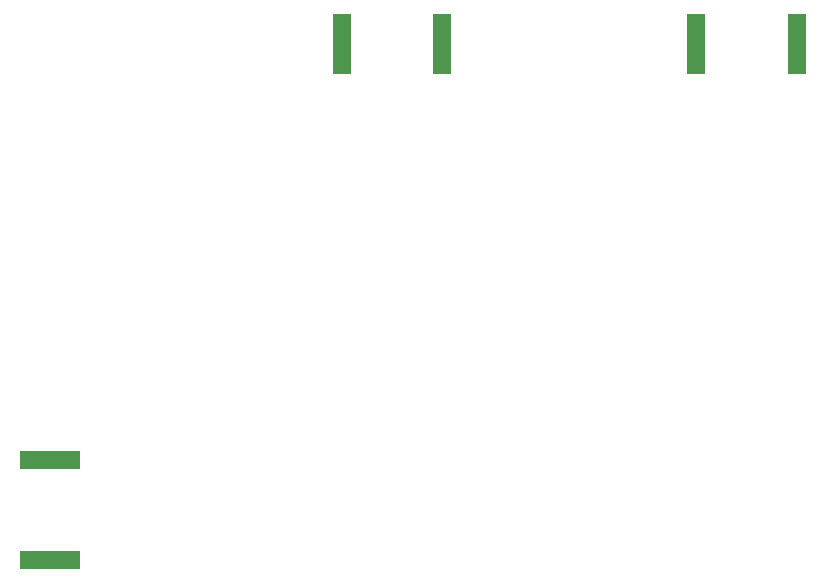
<source format=gbp>
G04 #@! TF.GenerationSoftware,KiCad,Pcbnew,(5.1.2)-1*
G04 #@! TF.CreationDate,2019-05-31T11:35:42+02:00*
G04 #@! TF.ProjectId,phasefreq,70686173-6566-4726-9571-2e6b69636164,rev?*
G04 #@! TF.SameCoordinates,Original*
G04 #@! TF.FileFunction,Paste,Bot*
G04 #@! TF.FilePolarity,Positive*
%FSLAX46Y46*%
G04 Gerber Fmt 4.6, Leading zero omitted, Abs format (unit mm)*
G04 Created by KiCad (PCBNEW (5.1.2)-1) date 2019-05-31 11:35:42*
%MOMM*%
%LPD*%
G04 APERTURE LIST*
%ADD10R,1.500000X5.080000*%
%ADD11R,5.080000X1.500000*%
G04 APERTURE END LIST*
D10*
X202250000Y-75500000D03*
X193750000Y-75500000D03*
X163750000Y-75500000D03*
X172250000Y-75500000D03*
D11*
X139000000Y-110750000D03*
X139000000Y-119250000D03*
M02*

</source>
